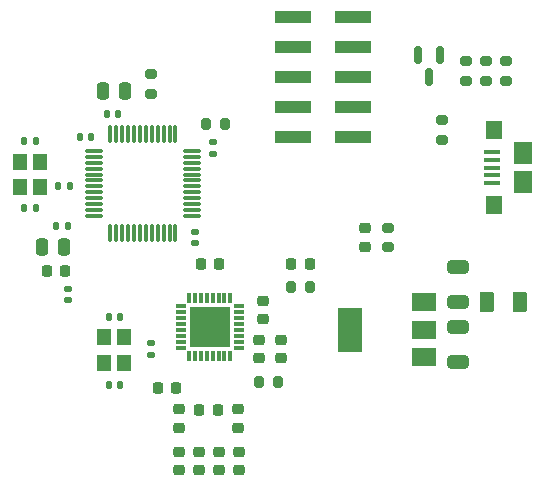
<source format=gbr>
%TF.GenerationSoftware,KiCad,Pcbnew,(6.0.4)*%
%TF.CreationDate,2022-08-12T18:00:06-03:00*%
%TF.ProjectId,rf-system-receiver,72662d73-7973-4746-956d-2d7265636569,rev?*%
%TF.SameCoordinates,Original*%
%TF.FileFunction,Paste,Top*%
%TF.FilePolarity,Positive*%
%FSLAX46Y46*%
G04 Gerber Fmt 4.6, Leading zero omitted, Abs format (unit mm)*
G04 Created by KiCad (PCBNEW (6.0.4)) date 2022-08-12 18:00:06*
%MOMM*%
%LPD*%
G01*
G04 APERTURE LIST*
G04 Aperture macros list*
%AMRoundRect*
0 Rectangle with rounded corners*
0 $1 Rounding radius*
0 $2 $3 $4 $5 $6 $7 $8 $9 X,Y pos of 4 corners*
0 Add a 4 corners polygon primitive as box body*
4,1,4,$2,$3,$4,$5,$6,$7,$8,$9,$2,$3,0*
0 Add four circle primitives for the rounded corners*
1,1,$1+$1,$2,$3*
1,1,$1+$1,$4,$5*
1,1,$1+$1,$6,$7*
1,1,$1+$1,$8,$9*
0 Add four rect primitives between the rounded corners*
20,1,$1+$1,$2,$3,$4,$5,0*
20,1,$1+$1,$4,$5,$6,$7,0*
20,1,$1+$1,$6,$7,$8,$9,0*
20,1,$1+$1,$8,$9,$2,$3,0*%
G04 Aperture macros list end*
%ADD10RoundRect,0.075000X-0.662500X-0.075000X0.662500X-0.075000X0.662500X0.075000X-0.662500X0.075000X0*%
%ADD11RoundRect,0.075000X-0.075000X-0.662500X0.075000X-0.662500X0.075000X0.662500X-0.075000X0.662500X0*%
%ADD12RoundRect,0.140000X-0.170000X0.140000X-0.170000X-0.140000X0.170000X-0.140000X0.170000X0.140000X0*%
%ADD13RoundRect,0.250000X-0.650000X0.325000X-0.650000X-0.325000X0.650000X-0.325000X0.650000X0.325000X0*%
%ADD14RoundRect,0.218750X-0.218750X-0.256250X0.218750X-0.256250X0.218750X0.256250X-0.218750X0.256250X0*%
%ADD15RoundRect,0.225000X0.225000X0.250000X-0.225000X0.250000X-0.225000X-0.250000X0.225000X-0.250000X0*%
%ADD16RoundRect,0.218750X-0.256250X0.218750X-0.256250X-0.218750X0.256250X-0.218750X0.256250X0.218750X0*%
%ADD17RoundRect,0.218750X0.218750X0.256250X-0.218750X0.256250X-0.218750X-0.256250X0.218750X-0.256250X0*%
%ADD18RoundRect,0.135000X-0.135000X-0.185000X0.135000X-0.185000X0.135000X0.185000X-0.135000X0.185000X0*%
%ADD19RoundRect,0.225000X0.250000X-0.225000X0.250000X0.225000X-0.250000X0.225000X-0.250000X-0.225000X0*%
%ADD20R,3.150000X1.000000*%
%ADD21RoundRect,0.200000X0.200000X0.275000X-0.200000X0.275000X-0.200000X-0.275000X0.200000X-0.275000X0*%
%ADD22RoundRect,0.225000X-0.225000X-0.250000X0.225000X-0.250000X0.225000X0.250000X-0.225000X0.250000X0*%
%ADD23RoundRect,0.200000X-0.200000X-0.275000X0.200000X-0.275000X0.200000X0.275000X-0.200000X0.275000X0*%
%ADD24RoundRect,0.250000X0.375000X0.625000X-0.375000X0.625000X-0.375000X-0.625000X0.375000X-0.625000X0*%
%ADD25RoundRect,0.250000X-0.250000X-0.475000X0.250000X-0.475000X0.250000X0.475000X-0.250000X0.475000X0*%
%ADD26RoundRect,0.225000X-0.250000X0.225000X-0.250000X-0.225000X0.250000X-0.225000X0.250000X0.225000X0*%
%ADD27RoundRect,0.218750X0.256250X-0.218750X0.256250X0.218750X-0.256250X0.218750X-0.256250X-0.218750X0*%
%ADD28RoundRect,0.140000X-0.140000X-0.170000X0.140000X-0.170000X0.140000X0.170000X-0.140000X0.170000X0*%
%ADD29RoundRect,0.200000X0.275000X-0.200000X0.275000X0.200000X-0.275000X0.200000X-0.275000X-0.200000X0*%
%ADD30R,0.300000X0.850000*%
%ADD31R,0.850000X0.300000*%
%ADD32R,3.400000X3.400000*%
%ADD33RoundRect,0.135000X0.185000X-0.135000X0.185000X0.135000X-0.185000X0.135000X-0.185000X-0.135000X0*%
%ADD34R,2.000000X1.500000*%
%ADD35R,2.000000X3.800000*%
%ADD36R,1.200000X1.400000*%
%ADD37RoundRect,0.140000X0.140000X0.170000X-0.140000X0.170000X-0.140000X-0.170000X0.140000X-0.170000X0*%
%ADD38R,1.350000X0.400000*%
%ADD39R,1.400000X1.600000*%
%ADD40R,1.600000X1.900000*%
%ADD41RoundRect,0.250000X0.250000X0.475000X-0.250000X0.475000X-0.250000X-0.475000X0.250000X-0.475000X0*%
%ADD42RoundRect,0.200000X-0.275000X0.200000X-0.275000X-0.200000X0.275000X-0.200000X0.275000X0.200000X0*%
%ADD43RoundRect,0.150000X-0.150000X0.587500X-0.150000X-0.587500X0.150000X-0.587500X0.150000X0.587500X0*%
%ADD44RoundRect,0.250000X0.650000X-0.325000X0.650000X0.325000X-0.650000X0.325000X-0.650000X-0.325000X0*%
G04 APERTURE END LIST*
D10*
%TO.C,U1*%
X129187500Y-49250000D03*
X129187500Y-49750000D03*
X129187500Y-50250000D03*
X129187500Y-50750000D03*
X129187500Y-51250000D03*
X129187500Y-51750000D03*
X129187500Y-52250000D03*
X129187500Y-52750000D03*
X129187500Y-53250000D03*
X129187500Y-53750000D03*
X129187500Y-54250000D03*
X129187500Y-54750000D03*
D11*
X130600000Y-56162500D03*
X131100000Y-56162500D03*
X131600000Y-56162500D03*
X132100000Y-56162500D03*
X132600000Y-56162500D03*
X133100000Y-56162500D03*
X133600000Y-56162500D03*
X134100000Y-56162500D03*
X134600000Y-56162500D03*
X135100000Y-56162500D03*
X135600000Y-56162500D03*
X136100000Y-56162500D03*
D10*
X137512500Y-54750000D03*
X137512500Y-54250000D03*
X137512500Y-53750000D03*
X137512500Y-53250000D03*
X137512500Y-52750000D03*
X137512500Y-52250000D03*
X137512500Y-51750000D03*
X137512500Y-51250000D03*
X137512500Y-50750000D03*
X137512500Y-50250000D03*
X137512500Y-49750000D03*
X137512500Y-49250000D03*
D11*
X136100000Y-47837500D03*
X135600000Y-47837500D03*
X135100000Y-47837500D03*
X134600000Y-47837500D03*
X134100000Y-47837500D03*
X133600000Y-47837500D03*
X133100000Y-47837500D03*
X132600000Y-47837500D03*
X132100000Y-47837500D03*
X131600000Y-47837500D03*
X131100000Y-47837500D03*
X130600000Y-47837500D03*
%TD*%
D12*
%TO.C,C15*%
X139250000Y-48520000D03*
X139250000Y-49480000D03*
%TD*%
D13*
%TO.C,C8*%
X160000000Y-64200000D03*
X160000000Y-67150000D03*
%TD*%
D14*
%TO.C,FB1*%
X125212500Y-59400000D03*
X126787500Y-59400000D03*
%TD*%
D15*
%TO.C,C7*%
X136175000Y-69300000D03*
X134625000Y-69300000D03*
%TD*%
D16*
%TO.C,L2*%
X139800000Y-74712500D03*
X139800000Y-76287500D03*
%TD*%
D17*
%TO.C,D1*%
X147462500Y-58800000D03*
X145887500Y-58800000D03*
%TD*%
D18*
%TO.C,R5*%
X126190000Y-52250000D03*
X127210000Y-52250000D03*
%TD*%
D19*
%TO.C,C10*%
X141400000Y-72675000D03*
X141400000Y-71125000D03*
%TD*%
D20*
%TO.C,J3*%
X151125000Y-48080000D03*
X146075000Y-48080000D03*
X151125000Y-45540000D03*
X146075000Y-45540000D03*
X151125000Y-43000000D03*
X146075000Y-43000000D03*
X151125000Y-40460000D03*
X146075000Y-40460000D03*
X151125000Y-37920000D03*
X146075000Y-37920000D03*
%TD*%
D21*
%TO.C,R2*%
X144825000Y-68800000D03*
X143175000Y-68800000D03*
%TD*%
D22*
%TO.C,C1*%
X138225000Y-58797745D03*
X139775000Y-58797745D03*
%TD*%
D12*
%TO.C,C23*%
X127000000Y-60920000D03*
X127000000Y-61880000D03*
%TD*%
D23*
%TO.C,R6*%
X138675000Y-47000000D03*
X140325000Y-47000000D03*
%TD*%
D24*
%TO.C,F1*%
X165300000Y-62075000D03*
X162500000Y-62075000D03*
%TD*%
D25*
%TO.C,C14*%
X129950000Y-44200000D03*
X131850000Y-44200000D03*
%TD*%
D26*
%TO.C,C13*%
X141500000Y-74725000D03*
X141500000Y-76275000D03*
%TD*%
D27*
%TO.C,L3*%
X138100000Y-76287500D03*
X138100000Y-74712500D03*
%TD*%
D28*
%TO.C,C19*%
X123320000Y-48400000D03*
X124280000Y-48400000D03*
%TD*%
D21*
%TO.C,R3*%
X147500000Y-60800000D03*
X145850000Y-60800000D03*
%TD*%
D29*
%TO.C,R9*%
X164090000Y-43292500D03*
X164090000Y-41642500D03*
%TD*%
D28*
%TO.C,C4*%
X130440000Y-63285000D03*
X131400000Y-63285000D03*
%TD*%
D30*
%TO.C,IC1*%
X140750000Y-61700000D03*
X140250000Y-61700000D03*
X139750000Y-61700000D03*
X139250000Y-61700000D03*
X138750000Y-61700000D03*
X138250000Y-61700000D03*
X137750000Y-61700000D03*
X137250000Y-61700000D03*
D31*
X136550000Y-62400000D03*
X136550000Y-62900000D03*
X136550000Y-63400000D03*
X136550000Y-63900000D03*
X136550000Y-64400000D03*
X136550000Y-64900000D03*
X136550000Y-65400000D03*
X136550000Y-65900000D03*
D30*
X137250000Y-66600000D03*
X137750000Y-66600000D03*
X138250000Y-66600000D03*
X138750000Y-66600000D03*
X139250000Y-66600000D03*
X139750000Y-66600000D03*
X140250000Y-66600000D03*
X140750000Y-66600000D03*
D31*
X141450000Y-65900000D03*
X141450000Y-65400000D03*
X141450000Y-64900000D03*
X141450000Y-64400000D03*
X141450000Y-63900000D03*
X141450000Y-63400000D03*
X141450000Y-62900000D03*
X141450000Y-62400000D03*
D32*
X139000000Y-64150000D03*
%TD*%
D33*
%TO.C,R1*%
X134070000Y-66520000D03*
X134070000Y-65500000D03*
%TD*%
D17*
%TO.C,L1*%
X139687500Y-71200000D03*
X138112500Y-71200000D03*
%TD*%
D26*
%TO.C,C11*%
X136400000Y-71125000D03*
X136400000Y-72675000D03*
%TD*%
D34*
%TO.C,U2*%
X157150000Y-66675000D03*
D35*
X150850000Y-64375000D03*
D34*
X157150000Y-64375000D03*
X157150000Y-62075000D03*
%TD*%
D29*
%TO.C,R7*%
X154093750Y-57425000D03*
X154093750Y-55775000D03*
%TD*%
D36*
%TO.C,X2*%
X122950000Y-50150000D03*
X122950000Y-52350000D03*
X124650000Y-52350000D03*
X124650000Y-50150000D03*
%TD*%
D26*
%TO.C,C6*%
X143200000Y-65225000D03*
X143200000Y-66775000D03*
%TD*%
D37*
%TO.C,C20*%
X124280000Y-54100000D03*
X123320000Y-54100000D03*
%TD*%
D26*
%TO.C,C12*%
X136400000Y-74725000D03*
X136400000Y-76275000D03*
%TD*%
D37*
%TO.C,C22*%
X126980000Y-55650000D03*
X126020000Y-55650000D03*
%TD*%
D38*
%TO.C,J1*%
X162890000Y-51967500D03*
X162890000Y-51317500D03*
X162890000Y-50667500D03*
X162890000Y-50017500D03*
X162890000Y-49367500D03*
D39*
X163115000Y-53867500D03*
D40*
X165565000Y-51867500D03*
X165565000Y-49467500D03*
D39*
X163115000Y-47467500D03*
%TD*%
D36*
%TO.C,X1*%
X130070000Y-64995000D03*
X130070000Y-67195000D03*
X131770000Y-67195000D03*
X131770000Y-64995000D03*
%TD*%
D41*
%TO.C,C21*%
X126700000Y-57400000D03*
X124800000Y-57400000D03*
%TD*%
D42*
%TO.C,R10*%
X160690000Y-41642500D03*
X160690000Y-43292500D03*
%TD*%
D19*
%TO.C,C3*%
X143500000Y-63522745D03*
X143500000Y-61972745D03*
%TD*%
D43*
%TO.C,Q1*%
X158540000Y-41130000D03*
X156640000Y-41130000D03*
X157590000Y-43005000D03*
%TD*%
D29*
%TO.C,R8*%
X158690000Y-48292500D03*
X158690000Y-46642500D03*
%TD*%
D37*
%TO.C,C18*%
X128980000Y-48100000D03*
X128020000Y-48100000D03*
%TD*%
D28*
%TO.C,C17*%
X130320000Y-46100000D03*
X131280000Y-46100000D03*
%TD*%
D29*
%TO.C,R4*%
X134000000Y-44425000D03*
X134000000Y-42775000D03*
%TD*%
D42*
%TO.C,R11*%
X162390000Y-41642500D03*
X162390000Y-43292500D03*
%TD*%
D27*
%TO.C,D2*%
X152193750Y-57387500D03*
X152193750Y-55812500D03*
%TD*%
D44*
%TO.C,C2*%
X160000000Y-62050000D03*
X160000000Y-59100000D03*
%TD*%
D37*
%TO.C,C5*%
X131400000Y-69035000D03*
X130440000Y-69035000D03*
%TD*%
D12*
%TO.C,C16*%
X137750000Y-56120000D03*
X137750000Y-57080000D03*
%TD*%
D26*
%TO.C,C9*%
X145000000Y-65225000D03*
X145000000Y-66775000D03*
%TD*%
M02*

</source>
